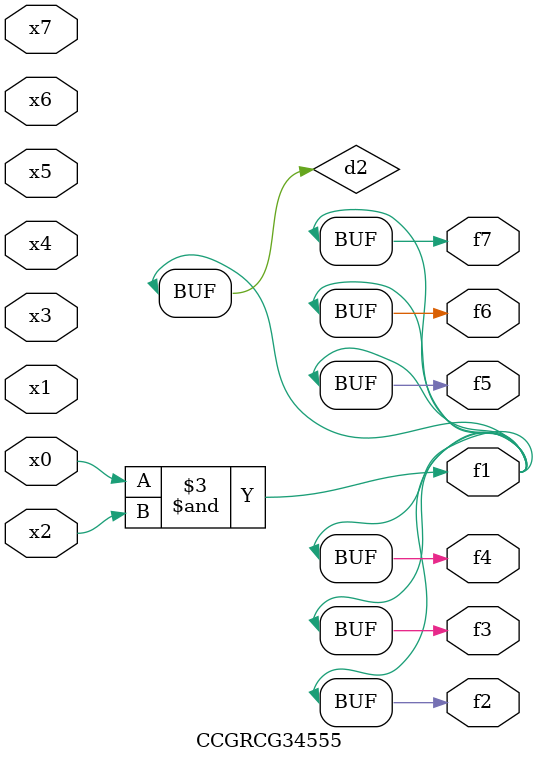
<source format=v>
module CCGRCG34555(
	input x0, x1, x2, x3, x4, x5, x6, x7,
	output f1, f2, f3, f4, f5, f6, f7
);

	wire d1, d2;

	nor (d1, x3, x6);
	and (d2, x0, x2);
	assign f1 = d2;
	assign f2 = d2;
	assign f3 = d2;
	assign f4 = d2;
	assign f5 = d2;
	assign f6 = d2;
	assign f7 = d2;
endmodule

</source>
